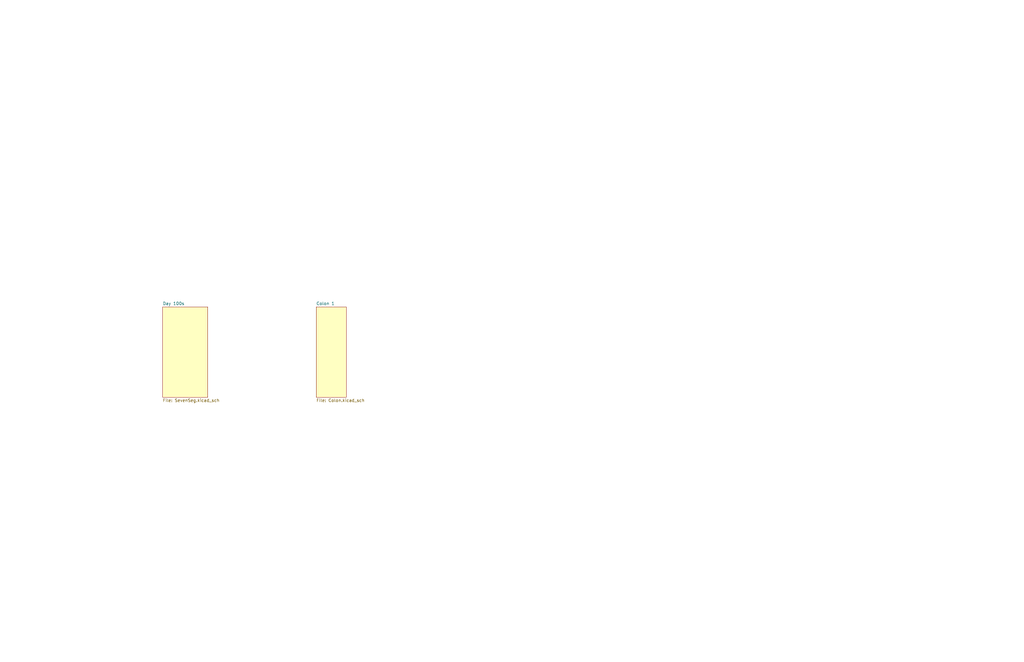
<source format=kicad_sch>
(kicad_sch (version 20230121) (generator eeschema)
  (paper "B")
  (title_block (title "Seven Segment Mission Clock - Overview") (date "2023-10-22") (company "Thomas Francois") (comment 1 "W0EEE"))
  (lib_symbols)
  (sheet (at 133.35 129.54) (size 12.7 38.1) (stroke (width 0.1524)) (fill (color 255 255 194 1.0000))
    (property "Sheetname" "Colon 1" (at 133.35 128.8284 0) (effects (justify left bottom)))
    (property "Sheetfile" "Colon.kicad_sch" (at 133.35 168.2246 0) (effects (justify left top)))
  )
  (sheet (at 68.58 129.54) (size 19.05 38.1) (stroke (width 0.1524)) (fill (color 255 255 194 1.0000))
    (property "Sheetname" "Day 100s" (at 68.58 128.8284 0) (effects (justify left bottom)))
    (property "Sheetfile" "SevenSeg.kicad_sch" (at 68.58 168.2246 0) (effects (justify left top)))
  )
)
</source>
